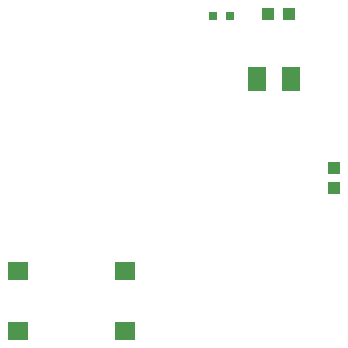
<source format=gtp>
G75*
G70*
%OFA0B0*%
%FSLAX24Y24*%
%IPPOS*%
%LPD*%
%AMOC8*
5,1,8,0,0,1.08239X$1,22.5*
%
%ADD10R,0.0669X0.0591*%
%ADD11R,0.0315X0.0315*%
%ADD12R,0.0433X0.0394*%
%ADD13R,0.0394X0.0433*%
%ADD14R,0.0630X0.0787*%
D10*
X001858Y004996D03*
X001858Y007004D03*
X005402Y007004D03*
X005402Y004996D03*
D11*
X008335Y015500D03*
X008925Y015500D03*
D12*
X010195Y015550D03*
X010865Y015550D03*
D13*
X012380Y010435D03*
X012380Y009765D03*
D14*
X010931Y013400D03*
X009829Y013400D03*
M02*

</source>
